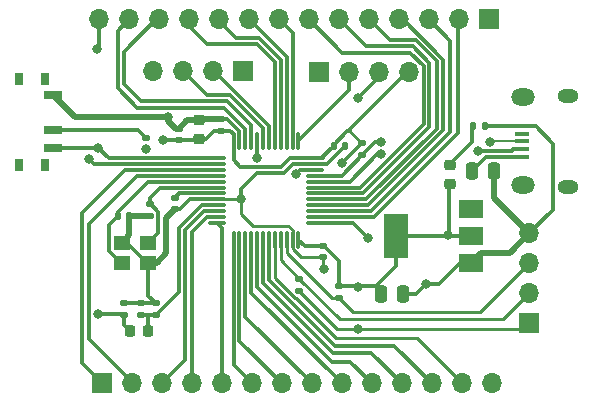
<source format=gbr>
%TF.GenerationSoftware,KiCad,Pcbnew,(7.0.0)*%
%TF.CreationDate,2023-02-16T03:23:41+08:00*%
%TF.ProjectId,STM32F103C8T6_BreakOut_Board,53544d33-3246-4313-9033-433854365f42,rev?*%
%TF.SameCoordinates,Original*%
%TF.FileFunction,Copper,L1,Top*%
%TF.FilePolarity,Positive*%
%FSLAX46Y46*%
G04 Gerber Fmt 4.6, Leading zero omitted, Abs format (unit mm)*
G04 Created by KiCad (PCBNEW (7.0.0)) date 2023-02-16 03:23:41*
%MOMM*%
%LPD*%
G01*
G04 APERTURE LIST*
G04 Aperture macros list*
%AMRoundRect*
0 Rectangle with rounded corners*
0 $1 Rounding radius*
0 $2 $3 $4 $5 $6 $7 $8 $9 X,Y pos of 4 corners*
0 Add a 4 corners polygon primitive as box body*
4,1,4,$2,$3,$4,$5,$6,$7,$8,$9,$2,$3,0*
0 Add four circle primitives for the rounded corners*
1,1,$1+$1,$2,$3*
1,1,$1+$1,$4,$5*
1,1,$1+$1,$6,$7*
1,1,$1+$1,$8,$9*
0 Add four rect primitives between the rounded corners*
20,1,$1+$1,$2,$3,$4,$5,0*
20,1,$1+$1,$4,$5,$6,$7,0*
20,1,$1+$1,$6,$7,$8,$9,0*
20,1,$1+$1,$8,$9,$2,$3,0*%
G04 Aperture macros list end*
%TA.AperFunction,ComponentPad*%
%ADD10R,1.700000X1.700000*%
%TD*%
%TA.AperFunction,ComponentPad*%
%ADD11O,1.700000X1.700000*%
%TD*%
%TA.AperFunction,SMDPad,CuDef*%
%ADD12RoundRect,0.250000X-0.250000X-0.475000X0.250000X-0.475000X0.250000X0.475000X-0.250000X0.475000X0*%
%TD*%
%TA.AperFunction,SMDPad,CuDef*%
%ADD13RoundRect,0.140000X-0.170000X0.140000X-0.170000X-0.140000X0.170000X-0.140000X0.170000X0.140000X0*%
%TD*%
%TA.AperFunction,SMDPad,CuDef*%
%ADD14R,2.000000X1.500000*%
%TD*%
%TA.AperFunction,SMDPad,CuDef*%
%ADD15R,2.000000X3.800000*%
%TD*%
%TA.AperFunction,SMDPad,CuDef*%
%ADD16R,1.400000X1.200000*%
%TD*%
%TA.AperFunction,SMDPad,CuDef*%
%ADD17R,0.800000X1.000000*%
%TD*%
%TA.AperFunction,SMDPad,CuDef*%
%ADD18R,1.500000X0.700000*%
%TD*%
%TA.AperFunction,SMDPad,CuDef*%
%ADD19RoundRect,0.140000X-0.140000X-0.170000X0.140000X-0.170000X0.140000X0.170000X-0.140000X0.170000X0*%
%TD*%
%TA.AperFunction,SMDPad,CuDef*%
%ADD20RoundRect,0.140000X0.170000X-0.140000X0.170000X0.140000X-0.170000X0.140000X-0.170000X-0.140000X0*%
%TD*%
%TA.AperFunction,SMDPad,CuDef*%
%ADD21RoundRect,0.135000X-0.185000X0.135000X-0.185000X-0.135000X0.185000X-0.135000X0.185000X0.135000X0*%
%TD*%
%TA.AperFunction,SMDPad,CuDef*%
%ADD22RoundRect,0.218750X-0.256250X0.218750X-0.256250X-0.218750X0.256250X-0.218750X0.256250X0.218750X0*%
%TD*%
%TA.AperFunction,SMDPad,CuDef*%
%ADD23RoundRect,0.075000X-0.662500X-0.075000X0.662500X-0.075000X0.662500X0.075000X-0.662500X0.075000X0*%
%TD*%
%TA.AperFunction,SMDPad,CuDef*%
%ADD24RoundRect,0.075000X-0.075000X-0.662500X0.075000X-0.662500X0.075000X0.662500X-0.075000X0.662500X0*%
%TD*%
%TA.AperFunction,SMDPad,CuDef*%
%ADD25RoundRect,0.218750X0.218750X0.256250X-0.218750X0.256250X-0.218750X-0.256250X0.218750X-0.256250X0*%
%TD*%
%TA.AperFunction,SMDPad,CuDef*%
%ADD26RoundRect,0.225000X0.250000X-0.225000X0.250000X0.225000X-0.250000X0.225000X-0.250000X-0.225000X0*%
%TD*%
%TA.AperFunction,SMDPad,CuDef*%
%ADD27R,1.300000X0.450000*%
%TD*%
%TA.AperFunction,ComponentPad*%
%ADD28O,1.800000X1.150000*%
%TD*%
%TA.AperFunction,ComponentPad*%
%ADD29O,2.000000X1.450000*%
%TD*%
%TA.AperFunction,SMDPad,CuDef*%
%ADD30RoundRect,0.135000X0.185000X-0.135000X0.185000X0.135000X-0.185000X0.135000X-0.185000X-0.135000X0*%
%TD*%
%TA.AperFunction,SMDPad,CuDef*%
%ADD31RoundRect,0.135000X0.135000X0.185000X-0.135000X0.185000X-0.135000X-0.185000X0.135000X-0.185000X0*%
%TD*%
%TA.AperFunction,ViaPad*%
%ADD32C,0.800000*%
%TD*%
%TA.AperFunction,Conductor*%
%ADD33C,0.300000*%
%TD*%
%TA.AperFunction,Conductor*%
%ADD34C,0.250000*%
%TD*%
%TA.AperFunction,Conductor*%
%ADD35C,0.500000*%
%TD*%
%TA.AperFunction,Conductor*%
%ADD36C,0.200000*%
%TD*%
G04 APERTURE END LIST*
D10*
%TO.P,J5,1,Pin_1*%
%TO.N,GND*%
X147329999Y-82969999D03*
D11*
%TO.P,J5,2,Pin_2*%
%TO.N,/SWCLK*%
X149869999Y-82969999D03*
%TO.P,J5,3,Pin_3*%
%TO.N,/SWDIO*%
X152409999Y-82969999D03*
%TO.P,J5,4,Pin_4*%
%TO.N,+3.3V*%
X154949999Y-82969999D03*
%TD*%
D10*
%TO.P,J3,1,Pin_1*%
%TO.N,+3.3V*%
X165119999Y-104239999D03*
D11*
%TO.P,J3,2,Pin_2*%
%TO.N,/I2C2_SCL*%
X165119999Y-101699999D03*
%TO.P,J3,3,Pin_3*%
%TO.N,/I2C2_SDA*%
X165119999Y-99159999D03*
%TO.P,J3,4,Pin_4*%
%TO.N,GND*%
X165119999Y-96619999D03*
%TD*%
D12*
%TO.P,C13,1*%
%TO.N,VBUS*%
X160250000Y-91380000D03*
%TO.P,C13,2*%
%TO.N,GND*%
X162150000Y-91380000D03*
%TD*%
D13*
%TO.P,C4,1*%
%TO.N,+3.3V*%
X147650000Y-97710000D03*
%TO.P,C4,2*%
%TO.N,GND*%
X147650000Y-98670000D03*
%TD*%
D14*
%TO.P,U2,1,GND*%
%TO.N,GND*%
X160149999Y-99159999D03*
%TO.P,U2,2,VO*%
%TO.N,+3.3V*%
X160149999Y-96859999D03*
D15*
X153849999Y-96859999D03*
D14*
%TO.P,U2,3,VI*%
%TO.N,VBUS*%
X160149999Y-94559999D03*
%TD*%
D16*
%TO.P,Y1,1,1*%
%TO.N,/HSE_IN*%
X130619999Y-99159999D03*
%TO.P,Y1,2,2*%
%TO.N,GND*%
X132819999Y-99159999D03*
%TO.P,Y1,3,3*%
%TO.N,/HSE_OUT*%
X132819999Y-97459999D03*
%TO.P,Y1,4,4*%
%TO.N,GND*%
X130619999Y-97459999D03*
%TD*%
D17*
%TO.P,SW1,*%
%TO.N,*%
X124094999Y-83549999D03*
X121884999Y-83549999D03*
X124094999Y-90849999D03*
X121884999Y-90849999D03*
D18*
%TO.P,SW1,1,A*%
%TO.N,GND*%
X124744999Y-84949999D03*
%TO.P,SW1,2,B*%
%TO.N,/SW_BOOT0*%
X124744999Y-87949999D03*
%TO.P,SW1,3,C*%
%TO.N,+3.3V*%
X124744999Y-89449999D03*
%TD*%
D19*
%TO.P,C3,1*%
%TO.N,+3.3V*%
X148540000Y-89230000D03*
%TO.P,C3,2*%
%TO.N,GND*%
X149500000Y-89230000D03*
%TD*%
D20*
%TO.P,C9,1*%
%TO.N,+3.3V*%
X130765000Y-103542500D03*
%TO.P,C9,2*%
%TO.N,GND*%
X130765000Y-102582500D03*
%TD*%
D21*
%TO.P,R1,1*%
%TO.N,/SW_BOOT0*%
X132660000Y-88600000D03*
%TO.P,R1,2*%
%TO.N,/BOOT0*%
X132660000Y-89620000D03*
%TD*%
D22*
%TO.P,D1,1,K*%
%TO.N,/PWR_LED_K*%
X158390000Y-90882500D03*
%TO.P,D1,2,A*%
%TO.N,+3.3V*%
X158390000Y-92457500D03*
%TD*%
D23*
%TO.P,U1,1,VBAT*%
%TO.N,+3.3V*%
X138647500Y-90280000D03*
%TO.P,U1,2,PC13*%
%TO.N,PC13*%
X138647500Y-90780000D03*
%TO.P,U1,3,PC14*%
%TO.N,PC14*%
X138647500Y-91280000D03*
%TO.P,U1,4,PC15*%
%TO.N,PC15*%
X138647500Y-91780000D03*
%TO.P,U1,5,PD0*%
%TO.N,/HSE_IN*%
X138647500Y-92280000D03*
%TO.P,U1,6,PD1*%
%TO.N,/HSE_OUT*%
X138647500Y-92780000D03*
%TO.P,U1,7,NRST*%
%TO.N,/NRST*%
X138647500Y-93280000D03*
%TO.P,U1,8,VSSA*%
%TO.N,GND*%
X138647500Y-93780000D03*
%TO.P,U1,9,VDDA*%
%TO.N,+3.3VA*%
X138647500Y-94280000D03*
%TO.P,U1,10,PA0*%
%TO.N,PA0*%
X138647500Y-94780000D03*
%TO.P,U1,11,PA1*%
%TO.N,PA1*%
X138647500Y-95280000D03*
%TO.P,U1,12,PA2*%
%TO.N,PA2*%
X138647500Y-95780000D03*
D24*
%TO.P,U1,13,PA3*%
%TO.N,PA3*%
X140060000Y-97192500D03*
%TO.P,U1,14,PA4*%
%TO.N,PA4*%
X140560000Y-97192500D03*
%TO.P,U1,15,PA5*%
%TO.N,PA5*%
X141060000Y-97192500D03*
%TO.P,U1,16,PA6*%
%TO.N,PA6*%
X141560000Y-97192500D03*
%TO.P,U1,17,PA7*%
%TO.N,PA7*%
X142060000Y-97192500D03*
%TO.P,U1,18,PB0*%
%TO.N,PB0*%
X142560000Y-97192500D03*
%TO.P,U1,19,PB1*%
%TO.N,PB1*%
X143060000Y-97192500D03*
%TO.P,U1,20,PB2*%
%TO.N,PB2*%
X143560000Y-97192500D03*
%TO.P,U1,21,PB10*%
%TO.N,/I2C2_SCL*%
X144060000Y-97192500D03*
%TO.P,U1,22,PB11*%
%TO.N,/I2C2_SDA*%
X144560000Y-97192500D03*
%TO.P,U1,23,VSS*%
%TO.N,GND*%
X145060000Y-97192500D03*
%TO.P,U1,24,VDD*%
%TO.N,+3.3V*%
X145560000Y-97192500D03*
D23*
%TO.P,U1,25,PB12*%
%TO.N,PB12*%
X146972500Y-95780000D03*
%TO.P,U1,26,PB13*%
%TO.N,PB13*%
X146972500Y-95280000D03*
%TO.P,U1,27,PB14*%
%TO.N,PB14*%
X146972500Y-94780000D03*
%TO.P,U1,28,PB15*%
%TO.N,PB15*%
X146972500Y-94280000D03*
%TO.P,U1,29,PA8*%
%TO.N,PA8*%
X146972500Y-93780000D03*
%TO.P,U1,30,PA9*%
%TO.N,PA9*%
X146972500Y-93280000D03*
%TO.P,U1,31,PA10*%
%TO.N,PA10*%
X146972500Y-92780000D03*
%TO.P,U1,32,PA11*%
%TO.N,/USB_D-*%
X146972500Y-92280000D03*
%TO.P,U1,33,PA12*%
%TO.N,/USB_D+*%
X146972500Y-91780000D03*
%TO.P,U1,34,PA13*%
%TO.N,/SWDIO*%
X146972500Y-91280000D03*
%TO.P,U1,35,VSS*%
%TO.N,GND*%
X146972500Y-90780000D03*
%TO.P,U1,36,VDD*%
%TO.N,+3.3V*%
X146972500Y-90280000D03*
D24*
%TO.P,U1,37,PA14*%
%TO.N,/SWCLK*%
X145560000Y-88867500D03*
%TO.P,U1,38,PA15*%
%TO.N,PA15*%
X145060000Y-88867500D03*
%TO.P,U1,39,PB3*%
%TO.N,PB3*%
X144560000Y-88867500D03*
%TO.P,U1,40,PB4*%
%TO.N,PB4*%
X144060000Y-88867500D03*
%TO.P,U1,41,PB5*%
%TO.N,PB5*%
X143560000Y-88867500D03*
%TO.P,U1,42,PB6*%
%TO.N,/USART1_TX*%
X143060000Y-88867500D03*
%TO.P,U1,43,PB7*%
%TO.N,/USART1_RX*%
X142560000Y-88867500D03*
%TO.P,U1,44,BOOT0*%
%TO.N,/BOOT0*%
X142060000Y-88867500D03*
%TO.P,U1,45,PB8*%
%TO.N,PB8*%
X141560000Y-88867500D03*
%TO.P,U1,46,PB9*%
%TO.N,PB9*%
X141060000Y-88867500D03*
%TO.P,U1,47,VSS*%
%TO.N,GND*%
X140560000Y-88867500D03*
%TO.P,U1,48,VDD*%
%TO.N,+3.3V*%
X140060000Y-88867500D03*
%TD*%
D13*
%TO.P,C12,1*%
%TO.N,/HSE_OUT*%
X133000000Y-94200000D03*
%TO.P,C12,2*%
%TO.N,GND*%
X133000000Y-95160000D03*
%TD*%
D25*
%TO.P,FB1,1*%
%TO.N,+3.3VA*%
X132840000Y-104922500D03*
%TO.P,FB1,2*%
%TO.N,+3.3V*%
X131265000Y-104922500D03*
%TD*%
D20*
%TO.P,C5,1*%
%TO.N,+3.3V*%
X135410000Y-88760000D03*
%TO.P,C5,2*%
%TO.N,GND*%
X135410000Y-87800000D03*
%TD*%
D26*
%TO.P,C6,1*%
%TO.N,+3.3V*%
X137170000Y-88650000D03*
%TO.P,C6,2*%
%TO.N,GND*%
X137170000Y-87100000D03*
%TD*%
D13*
%TO.P,C10,1*%
%TO.N,/NRST*%
X135090000Y-93660000D03*
%TO.P,C10,2*%
%TO.N,GND*%
X135090000Y-94620000D03*
%TD*%
D21*
%TO.P,R2,1*%
%TO.N,+3.3V*%
X150970000Y-89010000D03*
%TO.P,R2,2*%
%TO.N,/USB_D+*%
X150970000Y-90030000D03*
%TD*%
D10*
%TO.P,J6,1,Pin_1*%
%TO.N,unconnected-(J6-Pin_1-Pad1)*%
X161679999Y-78549999D03*
D11*
%TO.P,J6,2,Pin_2*%
%TO.N,PB13*%
X159139999Y-78549999D03*
%TO.P,J6,3,Pin_3*%
%TO.N,PB14*%
X156599999Y-78549999D03*
%TO.P,J6,4,Pin_4*%
%TO.N,PB15*%
X154059999Y-78549999D03*
%TO.P,J6,5,Pin_5*%
%TO.N,PA8*%
X151519999Y-78549999D03*
%TO.P,J6,6,Pin_6*%
%TO.N,PA9*%
X148979999Y-78549999D03*
%TO.P,J6,7,Pin_7*%
%TO.N,PA10*%
X146439999Y-78549999D03*
%TO.P,J6,8,Pin_8*%
%TO.N,PA15*%
X143899999Y-78549999D03*
%TO.P,J6,9,Pin_9*%
%TO.N,PB3*%
X141359999Y-78549999D03*
%TO.P,J6,10,Pin_10*%
%TO.N,PB4*%
X138819999Y-78549999D03*
%TO.P,J6,11,Pin_11*%
%TO.N,PB5*%
X136279999Y-78549999D03*
%TO.P,J6,12,Pin_12*%
%TO.N,PB8*%
X133739999Y-78549999D03*
%TO.P,J6,13,Pin_13*%
%TO.N,PB9*%
X131199999Y-78549999D03*
%TO.P,J6,14,Pin_14*%
%TO.N,PC13*%
X128659999Y-78549999D03*
%TD*%
D27*
%TO.P,J1,1,VBUS*%
%TO.N,VBUS*%
X164525330Y-90180330D03*
%TO.P,J1,2,D-*%
%TO.N,/USB_D-*%
X164525330Y-89530330D03*
%TO.P,J1,3,D+*%
%TO.N,/USB_D+*%
X164525330Y-88880330D03*
%TO.P,J1,4,ID*%
%TO.N,unconnected-(J1-ID-Pad4)*%
X164525330Y-88230330D03*
%TO.P,J1,5,GND*%
%TO.N,GND*%
X164525330Y-87580330D03*
D28*
%TO.P,J1,6,Shield*%
%TO.N,unconnected-(J1-Shield-Pad6)*%
X168375330Y-92755330D03*
D29*
X164575330Y-92605330D03*
X164575330Y-85155330D03*
D28*
X168375330Y-85005330D03*
%TD*%
D30*
%TO.P,R5,1*%
%TO.N,/I2C2_SDA*%
X149000000Y-102170000D03*
%TO.P,R5,2*%
%TO.N,+3.3V*%
X149000000Y-101150000D03*
%TD*%
D20*
%TO.P,C1,1*%
%TO.N,+3.3V*%
X139040000Y-87960000D03*
%TO.P,C1,2*%
%TO.N,GND*%
X139040000Y-87000000D03*
%TD*%
D21*
%TO.P,R4,1*%
%TO.N,/I2C2_SCL*%
X145640000Y-100530000D03*
%TO.P,R4,2*%
%TO.N,+3.3V*%
X145640000Y-101550000D03*
%TD*%
D12*
%TO.P,C14,1*%
%TO.N,+3.3V*%
X152510000Y-101830000D03*
%TO.P,C14,2*%
%TO.N,GND*%
X154410000Y-101830000D03*
%TD*%
D20*
%TO.P,C7,1*%
%TO.N,+3.3VA*%
X133485000Y-103552500D03*
%TO.P,C7,2*%
%TO.N,GND*%
X133485000Y-102592500D03*
%TD*%
D10*
%TO.P,J4,1,Pin_1*%
%TO.N,PC14*%
X128929999Y-109359999D03*
D11*
%TO.P,J4,2,Pin_2*%
%TO.N,PC15*%
X131469999Y-109359999D03*
%TO.P,J4,3,Pin_3*%
%TO.N,PA0*%
X134009999Y-109359999D03*
%TO.P,J4,4,Pin_4*%
%TO.N,PA1*%
X136549999Y-109359999D03*
%TO.P,J4,5,Pin_5*%
%TO.N,PA2*%
X139089999Y-109359999D03*
%TO.P,J4,6,Pin_6*%
%TO.N,PA3*%
X141629999Y-109359999D03*
%TO.P,J4,7,Pin_7*%
%TO.N,PA4*%
X144169999Y-109359999D03*
%TO.P,J4,8,Pin_8*%
%TO.N,PA5*%
X146709999Y-109359999D03*
%TO.P,J4,9,Pin_9*%
%TO.N,PA6*%
X149249999Y-109359999D03*
%TO.P,J4,10,Pin_10*%
%TO.N,PA7*%
X151789999Y-109359999D03*
%TO.P,J4,11,Pin_11*%
%TO.N,PB0*%
X154329999Y-109359999D03*
%TO.P,J4,12,Pin_12*%
%TO.N,PB1*%
X156869999Y-109359999D03*
%TO.P,J4,13,Pin_13*%
%TO.N,PB2*%
X159409999Y-109359999D03*
%TO.P,J4,14,Pin_14*%
%TO.N,PB12*%
X161949999Y-109359999D03*
%TD*%
D31*
%TO.P,R3,1*%
%TO.N,GND*%
X161320000Y-87610000D03*
%TO.P,R3,2*%
%TO.N,/PWR_LED_K*%
X160300000Y-87610000D03*
%TD*%
D19*
%TO.P,C11,1*%
%TO.N,/HSE_IN*%
X130280000Y-95210000D03*
%TO.P,C11,2*%
%TO.N,GND*%
X131240000Y-95210000D03*
%TD*%
D20*
%TO.P,C8,1*%
%TO.N,+3.3VA*%
X132235000Y-103542500D03*
%TO.P,C8,2*%
%TO.N,GND*%
X132235000Y-102582500D03*
%TD*%
D10*
%TO.P,J2,1,Pin_1*%
%TO.N,+3.3V*%
X140829999Y-82899999D03*
D11*
%TO.P,J2,2,Pin_2*%
%TO.N,/USART1_TX*%
X138289999Y-82899999D03*
%TO.P,J2,3,Pin_3*%
%TO.N,/USART1_RX*%
X135749999Y-82899999D03*
%TO.P,J2,4,Pin_4*%
%TO.N,GND*%
X133209999Y-82899999D03*
%TD*%
D32*
%TO.N,+3.3V*%
X128620000Y-89400000D03*
X134100000Y-88760000D03*
X149230000Y-90710000D03*
X150590000Y-104760000D03*
X128569500Y-103460000D03*
X150590000Y-101234500D03*
X158250000Y-96770000D03*
%TO.N,GND*%
X147680000Y-99720000D03*
X134535331Y-86789500D03*
X140710000Y-93780000D03*
X156340000Y-100980000D03*
%TO.N,/USB_D-*%
X160740000Y-89689500D03*
X152540500Y-89980000D03*
%TO.N,/USB_D+*%
X152540500Y-88940000D03*
X161810000Y-88930000D03*
%TO.N,PB12*%
X151450000Y-97030000D03*
%TO.N,PC13*%
X128530000Y-81060000D03*
X127820500Y-90330000D03*
%TO.N,/SWDIO*%
X150570000Y-85240000D03*
X145380000Y-91620000D03*
%TO.N,/BOOT0*%
X132660000Y-89530500D03*
X142060000Y-90290000D03*
%TD*%
D33*
%TO.N,+3.3V*%
X149000000Y-99017035D02*
X149000000Y-101150000D01*
X146972500Y-90280000D02*
X147620000Y-90280000D01*
X128620000Y-89400000D02*
X129500000Y-90280000D01*
X139070000Y-87990000D02*
X139040000Y-87960000D01*
X158340000Y-92507500D02*
X158340000Y-96860000D01*
X150970000Y-89024106D02*
X149284106Y-90710000D01*
X135410000Y-88760000D02*
X137060000Y-88760000D01*
X130765000Y-103542500D02*
X130765000Y-104422500D01*
X128570000Y-89450000D02*
X124745000Y-89450000D01*
X139760000Y-87990000D02*
X139070000Y-87990000D01*
X140630000Y-91050000D02*
X144060000Y-91050000D01*
X130682500Y-103460000D02*
X128569500Y-103460000D01*
X147490000Y-90280000D02*
X148540000Y-89230000D01*
X137690000Y-88650000D02*
X138380000Y-87960000D01*
X130765000Y-103542500D02*
X130682500Y-103460000D01*
X137060000Y-88760000D02*
X137170000Y-88650000D01*
X158390000Y-92457500D02*
X158340000Y-92507500D01*
X149000000Y-101150000D02*
X150590000Y-101150000D01*
X148540000Y-89187035D02*
X149613517Y-88113517D01*
X147650000Y-97710000D02*
X147692965Y-97710000D01*
X144830000Y-90280000D02*
X146972500Y-90280000D01*
X140060000Y-88290000D02*
X139760000Y-87990000D01*
X135410000Y-88760000D02*
X134130000Y-88760000D01*
D34*
X145640000Y-101550000D02*
X148860000Y-104770000D01*
D33*
X148540000Y-89230000D02*
X148540000Y-89187035D01*
X149284106Y-90710000D02*
X149230000Y-90710000D01*
X146077500Y-97710000D02*
X147650000Y-97710000D01*
X149803517Y-87923517D02*
X154757035Y-82970000D01*
X150590000Y-101150000D02*
X152120000Y-101150000D01*
X154757035Y-82970000D02*
X154950000Y-82970000D01*
X138380000Y-87960000D02*
X139040000Y-87960000D01*
X140060000Y-88867500D02*
X140060000Y-90480000D01*
X153850000Y-99420000D02*
X153850000Y-96940000D01*
X130765000Y-104422500D02*
X131265000Y-104922500D01*
X146972500Y-90280000D02*
X147490000Y-90280000D01*
X134130000Y-88760000D02*
X134100000Y-88760000D01*
D34*
X150970000Y-89010000D02*
X150890000Y-89010000D01*
D33*
X150590000Y-101150000D02*
X150590000Y-101234500D01*
X158340000Y-96860000D02*
X160150000Y-96860000D01*
X140060000Y-90480000D02*
X140630000Y-91050000D01*
X144060000Y-91050000D02*
X144830000Y-90280000D01*
X128620000Y-89400000D02*
X128570000Y-89450000D01*
X137170000Y-88650000D02*
X137690000Y-88650000D01*
X149613517Y-88113517D02*
X149803517Y-87923517D01*
D34*
X150890000Y-89010000D02*
X149803517Y-87923517D01*
D33*
X140060000Y-88867500D02*
X140060000Y-88290000D01*
D34*
X148860000Y-104770000D02*
X164590000Y-104770000D01*
D33*
X147692965Y-97710000D02*
X149000000Y-99017035D01*
X145560000Y-97192500D02*
X146077500Y-97710000D01*
X152120000Y-101150000D02*
X153850000Y-99420000D01*
X154800000Y-82970000D02*
X154950000Y-82970000D01*
X129500000Y-90280000D02*
X138647500Y-90280000D01*
X158160000Y-96860000D02*
X153850000Y-96860000D01*
D34*
X164590000Y-104770000D02*
X165120000Y-104240000D01*
%TO.N,GND*%
X140710000Y-94990000D02*
X140710000Y-93780000D01*
D33*
X155490000Y-101830000D02*
X156340000Y-100980000D01*
D35*
X134535331Y-86789500D02*
X134535331Y-87165331D01*
X131240000Y-96840000D02*
X130620000Y-97460000D01*
X136110000Y-87100000D02*
X135410000Y-87800000D01*
D33*
X140560000Y-88028959D02*
X139531041Y-87000000D01*
D35*
X135090000Y-94620000D02*
X134380000Y-95330000D01*
D33*
X132820000Y-101927500D02*
X132820000Y-99160000D01*
D35*
X134380000Y-95330000D02*
X134380000Y-98320000D01*
X131240000Y-95210000D02*
X131240000Y-96840000D01*
D33*
X167090000Y-89055000D02*
X167090000Y-94650000D01*
X159240000Y-99160000D02*
X160150000Y-99160000D01*
D35*
X134509500Y-86815331D02*
X126610331Y-86815331D01*
D33*
X164705000Y-87595000D02*
X165630000Y-87595000D01*
D34*
X145060000Y-97995685D02*
X145734315Y-98670000D01*
D33*
X139531041Y-87000000D02*
X139040000Y-87000000D01*
D34*
X147650000Y-99690000D02*
X147680000Y-99720000D01*
D35*
X139040000Y-87000000D02*
X137270000Y-87000000D01*
D33*
X140710000Y-92900000D02*
X142060000Y-91550000D01*
D35*
X135170000Y-87800000D02*
X135410000Y-87800000D01*
D33*
X136370000Y-93780000D02*
X135530000Y-94620000D01*
D35*
X131240000Y-95210000D02*
X132950000Y-95210000D01*
D34*
X144690685Y-96020000D02*
X141740000Y-96020000D01*
D35*
X162150000Y-91380000D02*
X162150000Y-93650000D01*
D33*
X148010000Y-90780000D02*
X149500000Y-89290000D01*
D34*
X141740000Y-96020000D02*
X140710000Y-94990000D01*
D33*
X140710000Y-93780000D02*
X140710000Y-92900000D01*
D34*
X140710000Y-93780000D02*
X138647500Y-93780000D01*
D33*
X133475000Y-102582500D02*
X133485000Y-102592500D01*
D34*
X145060000Y-97192500D02*
X145060000Y-96389315D01*
D33*
X157420000Y-100980000D02*
X159240000Y-99160000D01*
D34*
X145060000Y-96389315D02*
X144690685Y-96020000D01*
D35*
X163450000Y-98290000D02*
X165120000Y-96620000D01*
D33*
X148010000Y-90780000D02*
X146972500Y-90780000D01*
X161335000Y-87595000D02*
X164705000Y-87595000D01*
X144330000Y-91550000D02*
X145100000Y-90780000D01*
D35*
X126610331Y-86815331D02*
X124745000Y-84950000D01*
D33*
X142060000Y-91550000D02*
X144330000Y-91550000D01*
D35*
X160150000Y-99160000D02*
X161020000Y-98290000D01*
X162150000Y-93650000D02*
X165120000Y-96620000D01*
D33*
X130765000Y-102582500D02*
X132235000Y-102582500D01*
D34*
X145060000Y-97192500D02*
X145060000Y-97995685D01*
D35*
X134535331Y-87165331D02*
X135170000Y-87800000D01*
X133540000Y-99160000D02*
X132820000Y-99160000D01*
X137170000Y-87100000D02*
X136110000Y-87100000D01*
D33*
X138647500Y-93780000D02*
X136370000Y-93780000D01*
X165630000Y-87595000D02*
X167090000Y-89055000D01*
D35*
X134380000Y-98320000D02*
X133540000Y-99160000D01*
D33*
X145100000Y-90780000D02*
X146972500Y-90780000D01*
X167090000Y-94650000D02*
X165120000Y-96620000D01*
X135530000Y-94620000D02*
X135090000Y-94620000D01*
X132710000Y-99160000D02*
X131010000Y-97460000D01*
X133485000Y-102592500D02*
X132820000Y-101927500D01*
D34*
X147650000Y-98670000D02*
X147650000Y-99690000D01*
D35*
X132950000Y-95210000D02*
X133000000Y-95160000D01*
D33*
X156340000Y-100980000D02*
X157420000Y-100980000D01*
D35*
X134535331Y-86789500D02*
X134509500Y-86815331D01*
D33*
X140560000Y-88867500D02*
X140560000Y-88028959D01*
D35*
X161020000Y-98290000D02*
X163450000Y-98290000D01*
D33*
X131010000Y-97460000D02*
X130620000Y-97460000D01*
X161320000Y-87610000D02*
X161335000Y-87595000D01*
X132235000Y-102582500D02*
X133475000Y-102582500D01*
X154410000Y-101830000D02*
X155490000Y-101830000D01*
X132820000Y-99160000D02*
X132710000Y-99160000D01*
X149500000Y-89290000D02*
X149500000Y-89230000D01*
D34*
X145734315Y-98670000D02*
X147650000Y-98670000D01*
D33*
%TO.N,+3.3VA*%
X133527965Y-103552500D02*
X133485000Y-103552500D01*
X138647500Y-94280000D02*
X137394747Y-94280000D01*
X133485000Y-103552500D02*
X132845000Y-103552500D01*
X132840000Y-103557500D02*
X132845000Y-103552500D01*
X132840000Y-104922500D02*
X132840000Y-103557500D01*
X132245000Y-103552500D02*
X132235000Y-103542500D01*
X137394747Y-94280000D02*
X135430000Y-96244747D01*
X135430000Y-101650465D02*
X133527965Y-103552500D01*
X132845000Y-103552500D02*
X132245000Y-103552500D01*
X135430000Y-96244747D02*
X135430000Y-101650465D01*
%TO.N,/NRST*%
X135090000Y-93660000D02*
X135470000Y-93280000D01*
X135470000Y-93280000D02*
X138647500Y-93280000D01*
%TO.N,/HSE_IN*%
X130520000Y-99160000D02*
X129550000Y-98190000D01*
X130280000Y-94850000D02*
X132850000Y-92280000D01*
X130620000Y-99160000D02*
X130520000Y-99160000D01*
X132850000Y-92280000D02*
X138647500Y-92280000D01*
X129550000Y-98190000D02*
X129550000Y-95940000D01*
X130280000Y-95210000D02*
X130280000Y-94850000D01*
X129550000Y-95940000D02*
X130280000Y-95210000D01*
%TO.N,/HSE_OUT*%
X133870000Y-92780000D02*
X138647500Y-92780000D01*
X133660000Y-96620000D02*
X132820000Y-97460000D01*
X133660000Y-94817035D02*
X133660000Y-96620000D01*
X133000000Y-93650000D02*
X133870000Y-92780000D01*
X133042965Y-94200000D02*
X133660000Y-94817035D01*
X133000000Y-94200000D02*
X133000000Y-93650000D01*
X133000000Y-94200000D02*
X133042965Y-94200000D01*
%TO.N,VBUS*%
X164705000Y-90195000D02*
X161435000Y-90195000D01*
X161435000Y-90195000D02*
X160250000Y-91380000D01*
%TO.N,/PWR_LED_K*%
X160250000Y-87660000D02*
X160300000Y-87610000D01*
X160250000Y-88890000D02*
X160250000Y-87660000D01*
X158390000Y-90750000D02*
X160250000Y-88890000D01*
X158390000Y-90882500D02*
X158390000Y-90750000D01*
%TO.N,/USB_D-*%
X163755000Y-89545000D02*
X164705000Y-89545000D01*
X149939339Y-92280000D02*
X146972500Y-92280000D01*
X163610500Y-89689500D02*
X163755000Y-89545000D01*
X152239339Y-89980000D02*
X149939339Y-92280000D01*
X160740000Y-89689500D02*
X163610500Y-89689500D01*
X152540500Y-89980000D02*
X152239339Y-89980000D01*
D36*
%TO.N,/USB_D+*%
X164525331Y-88880331D02*
X161859669Y-88880331D01*
D33*
X152060000Y-88940000D02*
X150970000Y-90030000D01*
X146972500Y-91780000D02*
X149220000Y-91780000D01*
X149220000Y-91780000D02*
X150970000Y-90030000D01*
X152540500Y-88940000D02*
X152060000Y-88940000D01*
D36*
X161859669Y-88880331D02*
X161810000Y-88930000D01*
D33*
%TO.N,/USART1_TX*%
X138427107Y-82900000D02*
X143060000Y-87532893D01*
X138290000Y-82900000D02*
X138427107Y-82900000D01*
X143060000Y-88867500D02*
X143060000Y-88130000D01*
X143060000Y-87532893D02*
X143060000Y-88130000D01*
%TO.N,/USART1_RX*%
X142560000Y-87740000D02*
X142560000Y-88867500D01*
X139790000Y-84970000D02*
X142560000Y-87740000D01*
X137820000Y-84970000D02*
X139790000Y-84970000D01*
X135750000Y-82900000D02*
X137820000Y-84970000D01*
D34*
%TO.N,/I2C2_SCL*%
X145640000Y-100530000D02*
X149040000Y-103930000D01*
X144060000Y-97192500D02*
X144060000Y-98950000D01*
X149040000Y-103930000D02*
X162890000Y-103930000D01*
X162890000Y-103930000D02*
X165120000Y-101700000D01*
X144060000Y-98950000D02*
X145640000Y-100530000D01*
%TO.N,/I2C2_SDA*%
X144560000Y-98360000D02*
X148370000Y-102170000D01*
X149000000Y-102170000D02*
X150160000Y-103330000D01*
X148370000Y-102170000D02*
X149000000Y-102170000D01*
X160950000Y-103330000D02*
X165120000Y-99160000D01*
X150160000Y-103330000D02*
X160950000Y-103330000D01*
X144560000Y-97192500D02*
X144560000Y-98360000D01*
D33*
%TO.N,PB15*%
X154407106Y-78550000D02*
X154060000Y-78550000D01*
X157820000Y-81962894D02*
X154407106Y-78550000D01*
X157820000Y-87934873D02*
X157820000Y-81962894D01*
X151474873Y-94280000D02*
X157820000Y-87934873D01*
X146972500Y-94280000D02*
X151474873Y-94280000D01*
%TO.N,PB14*%
X151710000Y-94780000D02*
X158410000Y-88080000D01*
X146972500Y-94780000D02*
X151710000Y-94780000D01*
X158410000Y-88080000D02*
X158410000Y-80360000D01*
X158410000Y-80360000D02*
X156600000Y-78550000D01*
%TO.N,PB13*%
X151930000Y-95280000D02*
X159040000Y-88170000D01*
X159040000Y-78650000D02*
X159140000Y-78550000D01*
X159040000Y-88170000D02*
X159040000Y-78650000D01*
X146972500Y-95280000D02*
X151930000Y-95280000D01*
%TO.N,PB12*%
X146972500Y-95780000D02*
X150200000Y-95780000D01*
X150200000Y-95780000D02*
X151450000Y-97030000D01*
%TO.N,PB9*%
X141060000Y-87810000D02*
X139290000Y-86040000D01*
X131930000Y-86040000D02*
X130250000Y-84360000D01*
X141060000Y-88867500D02*
X141060000Y-87810000D01*
X130250000Y-79500000D02*
X131200000Y-78550000D01*
X130250000Y-84360000D02*
X130250000Y-79500000D01*
X139290000Y-86040000D02*
X131930000Y-86040000D01*
%TO.N,PB8*%
X133740000Y-78550000D02*
X133520000Y-78550000D01*
X133520000Y-78550000D02*
X130800000Y-81270000D01*
X132260000Y-85470000D02*
X139510000Y-85470000D01*
X130800000Y-81270000D02*
X130800000Y-81790000D01*
X130800000Y-81790000D02*
X130800000Y-84010000D01*
X139510000Y-85470000D02*
X141560000Y-87520000D01*
X130800000Y-84010000D02*
X132260000Y-85470000D01*
X141560000Y-87520000D02*
X141560000Y-88867500D01*
%TO.N,PB5*%
X137830000Y-80640000D02*
X136280000Y-79090000D01*
X143560000Y-82190000D02*
X142010000Y-80640000D01*
X142010000Y-80640000D02*
X137830000Y-80640000D01*
X136280000Y-79090000D02*
X136280000Y-78550000D01*
X143560000Y-88867500D02*
X143560000Y-82190000D01*
%TO.N,PB4*%
X144060000Y-88867500D02*
X144060000Y-81957106D01*
X144060000Y-81957106D02*
X142212894Y-80110000D01*
X138820000Y-78670000D02*
X138820000Y-78550000D01*
X140260000Y-80110000D02*
X138820000Y-78670000D01*
X142212894Y-80110000D02*
X140260000Y-80110000D01*
%TO.N,PB3*%
X144560000Y-88867500D02*
X144560000Y-81750000D01*
X144560000Y-81750000D02*
X141360000Y-78550000D01*
D34*
%TO.N,PB2*%
X155600000Y-105550000D02*
X159410000Y-109360000D01*
X148750000Y-105550000D02*
X155600000Y-105550000D01*
X143560000Y-97192500D02*
X143560000Y-100440538D01*
X145345000Y-102145000D02*
X148750000Y-105550000D01*
X143560000Y-100440538D02*
X145264462Y-102145000D01*
X145264462Y-102145000D02*
X145345000Y-102145000D01*
D33*
%TO.N,PB1*%
X153650000Y-106170000D02*
X148617710Y-106170000D01*
X143060000Y-100612290D02*
X143060000Y-97192500D01*
X156840000Y-109360000D02*
X153650000Y-106170000D01*
X148617710Y-106170000D02*
X143060000Y-100612290D01*
X156870000Y-109360000D02*
X156840000Y-109360000D01*
%TO.N,PB0*%
X146520604Y-104800604D02*
X146520604Y-104810604D01*
X151720000Y-106790000D02*
X154290000Y-109360000D01*
X154290000Y-109360000D02*
X154330000Y-109360000D01*
X148500000Y-106790000D02*
X151720000Y-106790000D01*
X142560000Y-100840000D02*
X146520604Y-104800604D01*
X146520604Y-104810604D02*
X148500000Y-106790000D01*
X142560000Y-97192500D02*
X142560000Y-100840000D01*
%TO.N,PC15*%
X138647500Y-91780000D02*
X131900000Y-91780000D01*
X127820000Y-95860000D02*
X127820000Y-105590000D01*
X131470000Y-109240000D02*
X131470000Y-109360000D01*
X131900000Y-91780000D02*
X127820000Y-95860000D01*
X127820000Y-105590000D02*
X131470000Y-109240000D01*
%TO.N,PC14*%
X127200000Y-107630000D02*
X127200000Y-94950000D01*
X127200000Y-94950000D02*
X130870000Y-91280000D01*
X130870000Y-91280000D02*
X138647500Y-91280000D01*
X128930000Y-109360000D02*
X127200000Y-107630000D01*
%TO.N,PC13*%
X138647500Y-90780000D02*
X128270500Y-90780000D01*
X128660000Y-78550000D02*
X128660000Y-80930000D01*
X128660000Y-80930000D02*
X128530000Y-81060000D01*
X128270500Y-90780000D02*
X127820500Y-90330000D01*
%TO.N,PA0*%
X137601853Y-94780000D02*
X138647500Y-94780000D01*
X135990000Y-107380000D02*
X135990000Y-96391853D01*
X135990000Y-96391853D02*
X137601853Y-94780000D01*
X134010000Y-109360000D02*
X135990000Y-107380000D01*
%TO.N,PA1*%
X136550000Y-109360000D02*
X136550000Y-96538959D01*
X137808959Y-95280000D02*
X138647500Y-95280000D01*
X136550000Y-96538959D02*
X137808959Y-95280000D01*
%TO.N,PA2*%
X139090000Y-96222500D02*
X138647500Y-95780000D01*
X139090000Y-109360000D02*
X139090000Y-96222500D01*
%TO.N,PA3*%
X140060000Y-97192500D02*
X140060000Y-107790000D01*
X140060000Y-107790000D02*
X141630000Y-109360000D01*
%TO.N,PA4*%
X140560000Y-105750000D02*
X144170000Y-109360000D01*
X140560000Y-97192500D02*
X140560000Y-105750000D01*
%TO.N,PA5*%
X141060000Y-103740000D02*
X146680000Y-109360000D01*
X146680000Y-109360000D02*
X146710000Y-109360000D01*
X141060000Y-97192500D02*
X141060000Y-103740000D01*
%TO.N,PA6*%
X149230000Y-109360000D02*
X149250000Y-109360000D01*
X141560000Y-97192500D02*
X141560000Y-101690000D01*
X141560000Y-101690000D02*
X149230000Y-109360000D01*
%TO.N,PA7*%
X151790000Y-109360000D02*
X151770000Y-109360000D01*
X142060000Y-101240000D02*
X142060000Y-97192500D01*
X151770000Y-109360000D02*
X149950000Y-107540000D01*
X149950000Y-107540000D02*
X148360000Y-107540000D01*
X148360000Y-107540000D02*
X142060000Y-101240000D01*
%TO.N,PA8*%
X157250000Y-87797767D02*
X157250000Y-82100000D01*
X155470000Y-80320000D02*
X153290000Y-80320000D01*
X146972500Y-93780000D02*
X151267767Y-93780000D01*
X153290000Y-80320000D02*
X151520000Y-78550000D01*
X157250000Y-82100000D02*
X155470000Y-80320000D01*
X151267767Y-93780000D02*
X157250000Y-87797767D01*
%TO.N,PA9*%
X151250000Y-80820000D02*
X148980000Y-78550000D01*
X155230000Y-80820000D02*
X151250000Y-80820000D01*
X156650000Y-82240000D02*
X155230000Y-80820000D01*
X146972500Y-93280000D02*
X151060661Y-93280000D01*
X151060661Y-93280000D02*
X156650000Y-87690661D01*
X156650000Y-87690661D02*
X156650000Y-82240000D01*
%TO.N,PA10*%
X149240000Y-81350000D02*
X146440000Y-78550000D01*
X150801161Y-92780000D02*
X156150000Y-87431161D01*
X146972500Y-92780000D02*
X150801161Y-92780000D01*
X155027057Y-81350000D02*
X149240000Y-81350000D01*
X156150000Y-82472943D02*
X155027057Y-81350000D01*
X156150000Y-87431161D02*
X156150000Y-82472943D01*
%TO.N,PA15*%
X145060000Y-88867500D02*
X145060000Y-79710000D01*
X145060000Y-79710000D02*
X143900000Y-78550000D01*
%TO.N,/SWCLK*%
X149870000Y-84557500D02*
X149870000Y-82970000D01*
X145560000Y-88867500D02*
X149870000Y-84557500D01*
%TO.N,/SWDIO*%
X150620000Y-85240000D02*
X152410000Y-83450000D01*
X145720000Y-91280000D02*
X145380000Y-91620000D01*
X152410000Y-83450000D02*
X152410000Y-82970000D01*
X146972500Y-91280000D02*
X145720000Y-91280000D01*
X150570000Y-85240000D02*
X150620000Y-85240000D01*
%TO.N,/SW_BOOT0*%
X132660000Y-88600000D02*
X132010000Y-87950000D01*
X132010000Y-87950000D02*
X124745000Y-87950000D01*
%TO.N,/BOOT0*%
X142060000Y-88867500D02*
X142060000Y-90290000D01*
%TD*%
M02*

</source>
